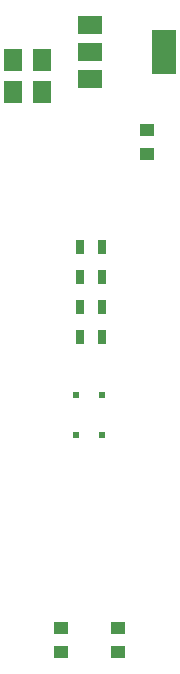
<source format=gbp>
G04 #@! TF.FileFunction,Paste,Bot*
%FSLAX46Y46*%
G04 Gerber Fmt 4.6, Leading zero omitted, Abs format (unit mm)*
G04 Created by KiCad (PCBNEW 4.0.7-e2-6376~58~ubuntu16.04.1) date Tue Sep 12 20:01:57 2017*
%MOMM*%
%LPD*%
G01*
G04 APERTURE LIST*
%ADD10C,0.100000*%
%ADD11R,2.000000X3.800000*%
%ADD12R,2.000000X1.500000*%
%ADD13R,1.250000X1.000000*%
%ADD14R,1.500000X1.950000*%
%ADD15R,0.700000X1.300000*%
%ADD16R,0.500000X0.500000*%
G04 APERTURE END LIST*
D10*
D11*
X82398000Y-59690000D03*
D12*
X76098000Y-59690000D03*
X76098000Y-57390000D03*
X76098000Y-61990000D03*
D13*
X80899000Y-66310000D03*
X80899000Y-68310000D03*
D14*
X69596000Y-60347000D03*
X69596000Y-63097000D03*
X72009000Y-60347000D03*
X72009000Y-63097000D03*
D13*
X78486000Y-108474000D03*
X78486000Y-110474000D03*
X73660000Y-108474000D03*
X73660000Y-110474000D03*
D15*
X75250000Y-81280000D03*
X77150000Y-81280000D03*
X75250000Y-78740000D03*
X77150000Y-78740000D03*
X75250000Y-83820000D03*
X77150000Y-83820000D03*
X77150000Y-76200000D03*
X75250000Y-76200000D03*
D16*
X77150000Y-88700000D03*
X74950000Y-88700000D03*
X77150000Y-92100000D03*
X74950000Y-92100000D03*
M02*

</source>
